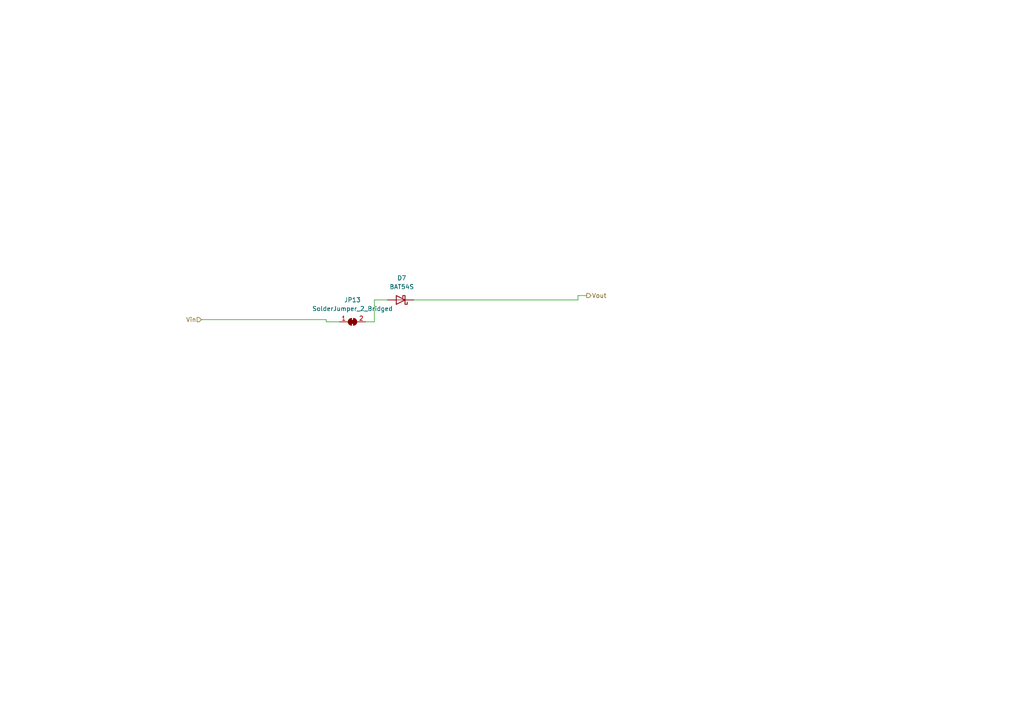
<source format=kicad_sch>
(kicad_sch (version 20211123) (generator eeschema)
  (paper "A4")
  (lib_symbols
    (symbol "Device:D_Schottky" (pin_numbers hide) (pin_names (offset 1.016) hide)
      (property "Reference" "D" (at 0 2.54 0))
      (property "Value" "D_Schottky" (at 0 -2.54 0))
      (symbol "D_Schottky_0_1"
        (polyline (pts (xy 1.27 0) (xy -1.27 0)))
        (polyline (pts (xy 1.27 1.27) (xy 1.27 -1.27) (xy -1.27 0) (xy 1.27 1.27)) (stroke (width 0.254)))
        (polyline (pts (xy -1.905 0.635) (xy -1.905 1.27) (xy -1.27 1.27) (xy -1.27 -1.27) (xy -0.635 -1.27) (xy -0.635 -0.635)) (stroke (width 0.254)))
      )
      (symbol "D_Schottky_1_1"
        (pin passive line (at -3.81 0 0) (length 2.54) (name "K") (number "1"))
        (pin passive line (at 3.81 0 180) (length 2.54) (name "A") (number "2"))
      )
    )
    (symbol "Jumper:SolderJumper_2_Bridged" (pin_names (offset 0) hide)
      (property "Reference" "JP" (at 0 2.032 0))
      (property "Value" "SolderJumper_2_Bridged" (at 0 -2.54 0))
      (symbol "SolderJumper_2_Bridged_0_1"
        (rectangle (start -0.508 0.508) (end 0.508 -0.508) (fill (type outline)))
        (arc (start -0.254 1.016) (mid -1.27 0) (end -0.254 -1.016))
        (arc (start -0.254 1.016) (mid -1.27 0) (end -0.254 -1.016) (fill (type outline)))
        (polyline (pts (xy -0.254 1.016) (xy -0.254 -1.016)))
        (polyline (pts (xy 0.254 1.016) (xy 0.254 -1.016)))
        (arc (start 0.254 -1.016) (mid 1.27 0) (end 0.254 1.016))
        (arc (start 0.254 -1.016) (mid 1.27 0) (end 0.254 1.016) (fill (type outline)))
      )
      (symbol "SolderJumper_2_Bridged_1_1"
        (pin passive line (at -3.81 0 0) (length 2.54) (name "A") (number "1"))
        (pin passive line (at 3.81 0 180) (length 2.54) (name "B") (number "2"))
      )
    )
  )
  (wire (pts (xy 167.64 85.725) (xy 170.18 85.725)))
  (wire (pts (xy 94.615 92.71) (xy 94.615 93.345)))
  (wire (pts (xy 58.42 92.71) (xy 94.615 92.71)))
  (wire (pts (xy 106.045 93.345) (xy 108.585 93.345)))
  (wire (pts (xy 167.64 86.995) (xy 167.64 85.725)))
  (wire (pts (xy 94.615 93.345) (xy 98.425 93.345)))
  (wire (pts (xy 120.015 86.995) (xy 167.64 86.995)))
  (wire (pts (xy 108.585 86.995) (xy 112.395 86.995)))
  (wire (pts (xy 108.585 86.995) (xy 108.585 93.345)))
  (hierarchical_label "Vin" (shape input) (at 58.42 92.71 180))
  (hierarchical_label "Vout" (shape output) (at 170.18 85.725 0))
  (symbol (lib_id "Jumper:SolderJumper_2_Bridged") (at 102.235 93.345 0) (unit 1)
    (property "Reference" "JP13" (at 102.235 86.995 0))
    (property "Value" "SolderJumper_2_Bridged" (at 102.235 89.535 0))
    (property "Footprint" "Jumper:SolderJumper-2_P1.3mm_Bridged2Bar_Pad1.0x1.5mm" (effects hide))
  )
  (symbol (lib_id "Device:D_Schottky") (at 116.205 86.995 180) (unit 1)
    (property "Reference" "D7" (at 116.5225 80.645 0))
    (property "Value" "BAT54S" (at 116.5225 83.185 0))
    (property "Footprint" "Diode_SMD:D_SOT-23_ANK" (effects hide))
  )
)
</source>
